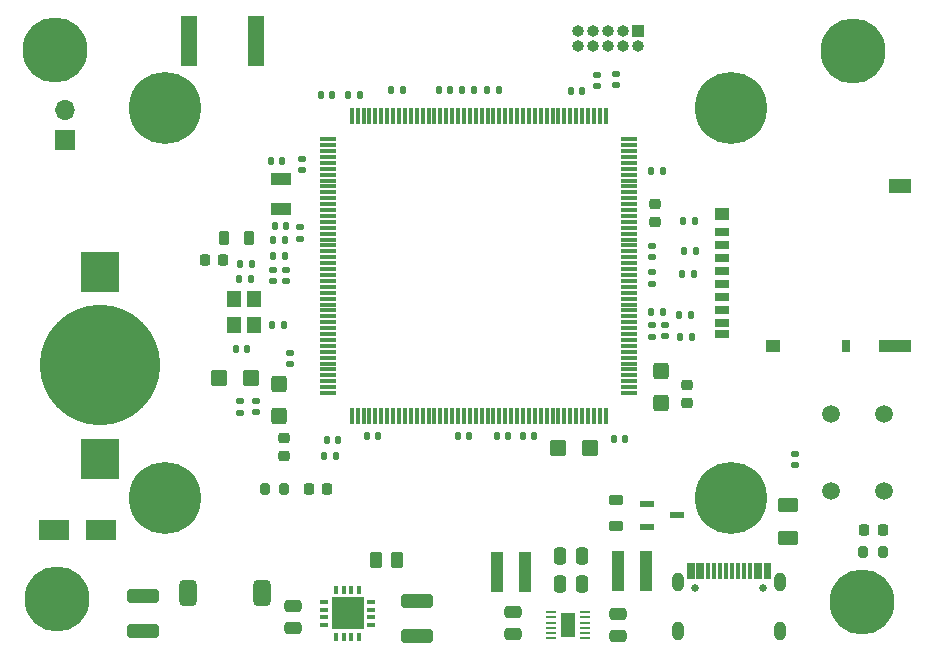
<source format=gbr>
%TF.GenerationSoftware,KiCad,Pcbnew,(5.99.0-3851-g809f4c2ffb)*%
%TF.CreationDate,2020-11-30T00:42:52+00:00*%
%TF.ProjectId,CM4,434d342e-6b69-4636-9164-5f7063625858,rev?*%
%TF.SameCoordinates,Original*%
%TF.FileFunction,Soldermask,Top*%
%TF.FilePolarity,Negative*%
%FSLAX46Y46*%
G04 Gerber Fmt 4.6, Leading zero omitted, Abs format (unit mm)*
G04 Created by KiCad (PCBNEW (5.99.0-3851-g809f4c2ffb)) date 2020-11-30 00:42:52*
%MOMM*%
%LPD*%
G01*
G04 APERTURE LIST*
G04 Aperture macros list*
%AMRoundRect*
0 Rectangle with rounded corners*
0 $1 Rounding radius*
0 $2 $3 $4 $5 $6 $7 $8 $9 X,Y pos of 4 corners*
0 Add a 4 corners polygon primitive as box body*
4,1,4,$2,$3,$4,$5,$6,$7,$8,$9,$2,$3,0*
0 Add four circle primitives for the rounded corners*
1,1,$1+$1,$2,$3,0*
1,1,$1+$1,$4,$5,0*
1,1,$1+$1,$6,$7,0*
1,1,$1+$1,$8,$9,0*
0 Add four rect primitives between the rounded corners*
20,1,$1+$1,$2,$3,$4,$5,0*
20,1,$1+$1,$4,$5,$6,$7,0*
20,1,$1+$1,$6,$7,$8,$9,0*
20,1,$1+$1,$8,$9,$2,$3,0*%
G04 Aperture macros list end*
%ADD10RoundRect,0.250000X-0.450000X-0.425000X0.450000X-0.425000X0.450000X0.425000X-0.450000X0.425000X0*%
%ADD11RoundRect,0.140000X0.170000X-0.140000X0.170000X0.140000X-0.170000X0.140000X-0.170000X-0.140000X0*%
%ADD12R,1.200000X0.700000*%
%ADD13R,0.800000X1.000000*%
%ADD14R,1.900000X1.300000*%
%ADD15R,2.800000X1.000000*%
%ADD16R,1.200000X1.000000*%
%ADD17R,1.000000X1.000000*%
%ADD18O,1.000000X1.000000*%
%ADD19R,2.500000X1.800000*%
%ADD20C,5.500000*%
%ADD21R,1.700000X1.700000*%
%ADD22O,1.700000X1.700000*%
%ADD23RoundRect,0.250000X-0.475000X0.250000X-0.475000X-0.250000X0.475000X-0.250000X0.475000X0.250000X0*%
%ADD24RoundRect,0.250000X-0.625000X0.375000X-0.625000X-0.375000X0.625000X-0.375000X0.625000X0.375000X0*%
%ADD25RoundRect,0.135000X-0.135000X-0.185000X0.135000X-0.185000X0.135000X0.185000X-0.135000X0.185000X0*%
%ADD26RoundRect,0.250000X0.425000X-0.450000X0.425000X0.450000X-0.425000X0.450000X-0.425000X-0.450000X0*%
%ADD27RoundRect,0.140000X-0.140000X-0.170000X0.140000X-0.170000X0.140000X0.170000X-0.140000X0.170000X0*%
%ADD28RoundRect,0.140000X0.140000X0.170000X-0.140000X0.170000X-0.140000X-0.170000X0.140000X-0.170000X0*%
%ADD29RoundRect,0.135000X0.135000X0.185000X-0.135000X0.185000X-0.135000X-0.185000X0.135000X-0.185000X0*%
%ADD30RoundRect,0.250000X1.100000X-0.325000X1.100000X0.325000X-1.100000X0.325000X-1.100000X-0.325000X0*%
%ADD31R,3.300000X3.500000*%
%ADD32C,10.200000*%
%ADD33RoundRect,0.218750X-0.218750X-0.256250X0.218750X-0.256250X0.218750X0.256250X-0.218750X0.256250X0*%
%ADD34RoundRect,0.250000X-0.262500X-0.450000X0.262500X-0.450000X0.262500X0.450000X-0.262500X0.450000X0*%
%ADD35RoundRect,0.140000X-0.170000X0.140000X-0.170000X-0.140000X0.170000X-0.140000X0.170000X0.140000X0*%
%ADD36RoundRect,0.250000X-0.425000X0.450000X-0.425000X-0.450000X0.425000X-0.450000X0.425000X0.450000X0*%
%ADD37RoundRect,0.218750X0.218750X0.381250X-0.218750X0.381250X-0.218750X-0.381250X0.218750X-0.381250X0*%
%ADD38RoundRect,0.250000X0.475000X-0.250000X0.475000X0.250000X-0.475000X0.250000X-0.475000X-0.250000X0*%
%ADD39C,0.670000*%
%ADD40R,0.300000X1.450000*%
%ADD41RoundRect,0.500000X0.000000X-0.300000X0.000000X-0.300000X0.000000X0.300000X0.000000X0.300000X0*%
%ADD42C,1.500000*%
%ADD43RoundRect,0.250000X0.250000X0.475000X-0.250000X0.475000X-0.250000X-0.475000X0.250000X-0.475000X0*%
%ADD44R,0.800000X0.350000*%
%ADD45R,0.350000X0.800000*%
%ADD46R,2.800000X2.800000*%
%ADD47RoundRect,0.375000X0.375000X0.725000X-0.375000X0.725000X-0.375000X-0.725000X0.375000X-0.725000X0*%
%ADD48R,0.980000X3.400000*%
%ADD49RoundRect,0.225000X0.250000X-0.225000X0.250000X0.225000X-0.250000X0.225000X-0.250000X-0.225000X0*%
%ADD50R,1.200000X1.400000*%
%ADD51RoundRect,0.218750X-0.256250X0.218750X-0.256250X-0.218750X0.256250X-0.218750X0.256250X0.218750X0*%
%ADD52R,1.800000X1.000000*%
%ADD53RoundRect,0.250000X0.450000X0.425000X-0.450000X0.425000X-0.450000X-0.425000X0.450000X-0.425000X0*%
%ADD54RoundRect,0.200000X0.200000X0.275000X-0.200000X0.275000X-0.200000X-0.275000X0.200000X-0.275000X0*%
%ADD55R,1.200000X0.600000*%
%ADD56R,1.450000X0.300000*%
%ADD57RoundRect,0.218750X-0.381250X0.218750X-0.381250X-0.218750X0.381250X-0.218750X0.381250X0.218750X0*%
%ADD58RoundRect,0.135000X-0.185000X0.135000X-0.185000X-0.135000X0.185000X-0.135000X0.185000X0.135000X0*%
%ADD59R,0.850000X0.250000*%
%ADD60R,1.310000X2.120000*%
%ADD61C,6.100000*%
%ADD62R,1.350000X4.200000*%
G04 APERTURE END LIST*
D10*
%TO.C,C47*%
X123750000Y-119200000D03*
X121050000Y-119200000D03*
%TD*%
D11*
%TO.C,C39*%
X99200000Y-101480000D03*
X99200000Y-100520000D03*
%TD*%
D12*
%TO.C,J4*%
X134875000Y-100925000D03*
X134875000Y-102025000D03*
X134875000Y-103125000D03*
X134875000Y-104225000D03*
X134875000Y-105325000D03*
X134875000Y-106425000D03*
X134875000Y-107525000D03*
X134875000Y-108625000D03*
X134875000Y-109575000D03*
D13*
X145375000Y-110525000D03*
D14*
X149975000Y-97025000D03*
D15*
X149525000Y-110525000D03*
D16*
X139175000Y-110525000D03*
X134875000Y-99375000D03*
%TD*%
D17*
%TO.C,J3*%
X127800000Y-83900000D03*
D18*
X127800000Y-85170000D03*
X126530000Y-83900000D03*
X126530000Y-85170000D03*
X125260000Y-83900000D03*
X125260000Y-85170000D03*
X123990000Y-83900000D03*
X123990000Y-85170000D03*
X122720000Y-83900000D03*
X122720000Y-85170000D03*
%TD*%
D19*
%TO.C,D1*%
X82300000Y-126100000D03*
X78300000Y-126100000D03*
%TD*%
D20*
%TO.C,H3*%
X146000000Y-85600000D03*
%TD*%
D21*
%TO.C,J6*%
X79300000Y-93100000D03*
D22*
X79300000Y-90560000D03*
%TD*%
D20*
%TO.C,H2*%
X78400000Y-85500000D03*
%TD*%
D23*
%TO.C,C12*%
X98600000Y-134450000D03*
X98600000Y-132550000D03*
%TD*%
D24*
%TO.C,F1*%
X140500000Y-126800000D03*
X140500000Y-124000000D03*
%TD*%
D25*
%TO.C,R19*%
X103190000Y-89300000D03*
X104210000Y-89300000D03*
%TD*%
D26*
%TO.C,C25*%
X97400000Y-113750000D03*
X97400000Y-116450000D03*
%TD*%
D27*
%TO.C,C18*%
X125720000Y-118400000D03*
X126680000Y-118400000D03*
%TD*%
D20*
%TO.C,H4*%
X146750000Y-132250000D03*
%TD*%
D28*
%TO.C,C44*%
X129880000Y-107650000D03*
X128920000Y-107650000D03*
%TD*%
D29*
%TO.C,R24*%
X132560000Y-104500000D03*
X131540000Y-104500000D03*
%TD*%
D30*
%TO.C,C11*%
X109050000Y-132125000D03*
X109050000Y-135075000D03*
%TD*%
D31*
%TO.C,BT1*%
X82200000Y-120100000D03*
X82200000Y-104300000D03*
D32*
X82200000Y-112200000D03*
%TD*%
D33*
%TO.C,D2*%
X99912500Y-122700000D03*
X101487500Y-122700000D03*
%TD*%
D27*
%TO.C,C34*%
X110920000Y-88900000D03*
X111880000Y-88900000D03*
%TD*%
D28*
%TO.C,C37*%
X123080000Y-89000000D03*
X122120000Y-89000000D03*
%TD*%
D34*
%TO.C,R17*%
X105587500Y-128700000D03*
X107412500Y-128700000D03*
%TD*%
D35*
%TO.C,C17*%
X128950000Y-105280000D03*
X128950000Y-104320000D03*
%TD*%
D36*
%TO.C,C13*%
X129700000Y-115400000D03*
X129700000Y-112700000D03*
%TD*%
D28*
%TO.C,C16*%
X102380000Y-118500000D03*
X101420000Y-118500000D03*
%TD*%
D37*
%TO.C,L4*%
X94862500Y-101400000D03*
X92737500Y-101400000D03*
%TD*%
D38*
%TO.C,C9*%
X126100000Y-133250000D03*
X126100000Y-135150000D03*
%TD*%
D39*
%TO.C,J2*%
X138400000Y-131050000D03*
X132600000Y-131050000D03*
D40*
X132100000Y-129600000D03*
X132900000Y-129600000D03*
X134250000Y-129600000D03*
X135250000Y-129600000D03*
X135750000Y-129600000D03*
X136750000Y-129600000D03*
X138100000Y-129600000D03*
X138900000Y-129600000D03*
X138600000Y-129600000D03*
X137800000Y-129600000D03*
X137250000Y-129600000D03*
X136250000Y-129600000D03*
X134750000Y-129600000D03*
X133750000Y-129600000D03*
X133200000Y-129600000D03*
X132400000Y-129600000D03*
D41*
X131180000Y-130520000D03*
X139820000Y-130520000D03*
X139820000Y-134700000D03*
X131180000Y-134700000D03*
%TD*%
D42*
%TO.C,S1*%
X148650000Y-122850000D03*
X148650000Y-116350000D03*
X144150000Y-116350000D03*
X144150000Y-122850000D03*
%TD*%
D33*
%TO.C,FB3*%
X91112500Y-103300000D03*
X92687500Y-103300000D03*
%TD*%
D28*
%TO.C,C15*%
X116780000Y-118200000D03*
X115820000Y-118200000D03*
%TD*%
D29*
%TO.C,R20*%
X97810000Y-108800000D03*
X96790000Y-108800000D03*
%TD*%
D28*
%TO.C,C52*%
X97980000Y-100400000D03*
X97020000Y-100400000D03*
%TD*%
D35*
%TO.C,C38*%
X125900000Y-88480000D03*
X125900000Y-87520000D03*
%TD*%
D43*
%TO.C,C8*%
X123050000Y-128350000D03*
X121150000Y-128350000D03*
%TD*%
D44*
%TO.C,IC5*%
X101200000Y-132225000D03*
X101200000Y-132875000D03*
X101200000Y-133525000D03*
X101200000Y-134175000D03*
D45*
X102225000Y-135200000D03*
X102875000Y-135200000D03*
X103525000Y-135200000D03*
X104175000Y-135200000D03*
D44*
X105200000Y-134175000D03*
X105200000Y-133525000D03*
X105200000Y-132875000D03*
X105200000Y-132225000D03*
D45*
X104175000Y-131200000D03*
X103525000Y-131200000D03*
X102875000Y-131200000D03*
X102225000Y-131200000D03*
D46*
X103200000Y-133200000D03*
%TD*%
D29*
%TO.C,R26*%
X132360000Y-109800000D03*
X131340000Y-109800000D03*
%TD*%
D43*
%TO.C,C6*%
X123050000Y-130700000D03*
X121150000Y-130700000D03*
%TD*%
D47*
%TO.C,L3*%
X95950000Y-131500000D03*
X89650000Y-131500000D03*
%TD*%
D28*
%TO.C,C35*%
X113880000Y-88900000D03*
X112920000Y-88900000D03*
%TD*%
D29*
%TO.C,R23*%
X132660000Y-102500000D03*
X131640000Y-102500000D03*
%TD*%
D20*
%TO.C,H1*%
X78600000Y-132000000D03*
%TD*%
D30*
%TO.C,C10*%
X85900000Y-131725000D03*
X85900000Y-134675000D03*
%TD*%
D33*
%TO.C,D3*%
X146912500Y-126100000D03*
X148487500Y-126100000D03*
%TD*%
D28*
%TO.C,C31*%
X101880000Y-89300000D03*
X100920000Y-89300000D03*
%TD*%
D29*
%TO.C,R25*%
X132260000Y-107900000D03*
X131240000Y-107900000D03*
%TD*%
D48*
%TO.C,L2*%
X126115000Y-129600000D03*
X128485000Y-129600000D03*
%TD*%
D28*
%TO.C,C22*%
X113480000Y-118200000D03*
X112520000Y-118200000D03*
%TD*%
D35*
%TO.C,C21*%
X128950000Y-109780000D03*
X128950000Y-108820000D03*
%TD*%
D49*
%TO.C,C45*%
X131950000Y-113825000D03*
X131950000Y-115375000D03*
%TD*%
D50*
%TO.C,Y1*%
X93550000Y-106600000D03*
X93550000Y-108800000D03*
X95250000Y-108800000D03*
X95250000Y-106600000D03*
%TD*%
D27*
%TO.C,C29*%
X115020000Y-88900000D03*
X115980000Y-88900000D03*
%TD*%
D35*
%TO.C,C32*%
X96900000Y-105080000D03*
X96900000Y-104120000D03*
%TD*%
D51*
%TO.C,FB2*%
X97800000Y-119887500D03*
X97800000Y-118312500D03*
%TD*%
D11*
%TO.C,C20*%
X128950000Y-102070000D03*
X128950000Y-103030000D03*
%TD*%
D38*
%TO.C,C7*%
X117200000Y-133050000D03*
X117200000Y-134950000D03*
%TD*%
D35*
%TO.C,C26*%
X95400000Y-116180000D03*
X95400000Y-115220000D03*
%TD*%
D29*
%TO.C,R27*%
X107910000Y-88900000D03*
X106890000Y-88900000D03*
%TD*%
D28*
%TO.C,C19*%
X105780000Y-118200000D03*
X104820000Y-118200000D03*
%TD*%
D35*
%TO.C,C50*%
X141100000Y-120660000D03*
X141100000Y-119700000D03*
%TD*%
D52*
%TO.C,Y2*%
X97600000Y-98950000D03*
X97600000Y-96450000D03*
%TD*%
D28*
%TO.C,C51*%
X97680000Y-94900000D03*
X96720000Y-94900000D03*
%TD*%
D27*
%TO.C,C48*%
X93720000Y-110800000D03*
X94680000Y-110800000D03*
%TD*%
D53*
%TO.C,C23*%
X95050000Y-113300000D03*
X92350000Y-113300000D03*
%TD*%
D54*
%TO.C,R28*%
X148525000Y-128000000D03*
X146875000Y-128000000D03*
%TD*%
D48*
%TO.C,L1*%
X118185000Y-129700000D03*
X115815000Y-129700000D03*
%TD*%
D55*
%TO.C,Q1*%
X128550000Y-123950000D03*
X128550000Y-125850000D03*
X131050000Y-124900000D03*
%TD*%
D28*
%TO.C,C28*%
X102180000Y-119900000D03*
X101220000Y-119900000D03*
%TD*%
D49*
%TO.C,C40*%
X129200000Y-98525000D03*
X129200000Y-100075000D03*
%TD*%
D27*
%TO.C,C43*%
X96920000Y-101600000D03*
X97880000Y-101600000D03*
%TD*%
D35*
%TO.C,C27*%
X99300000Y-95680000D03*
X99300000Y-94720000D03*
%TD*%
D27*
%TO.C,C49*%
X94020000Y-104900000D03*
X94980000Y-104900000D03*
%TD*%
D35*
%TO.C,C46*%
X124300000Y-88580000D03*
X124300000Y-87620000D03*
%TD*%
%TO.C,C30*%
X98000000Y-105080000D03*
X98000000Y-104120000D03*
%TD*%
D29*
%TO.C,R22*%
X132610000Y-99950000D03*
X131590000Y-99950000D03*
%TD*%
D27*
%TO.C,C36*%
X128920000Y-95750000D03*
X129880000Y-95750000D03*
%TD*%
D35*
%TO.C,C33*%
X130100000Y-109730000D03*
X130100000Y-108770000D03*
%TD*%
D27*
%TO.C,C14*%
X118020000Y-118200000D03*
X118980000Y-118200000D03*
%TD*%
D56*
%TO.C,IC6*%
X101575000Y-93050000D03*
X101575000Y-93550000D03*
X101575000Y-94050000D03*
X101575000Y-94550000D03*
X101575000Y-95050000D03*
X101575000Y-95550000D03*
X101575000Y-96050000D03*
X101575000Y-96550000D03*
X101575000Y-97050000D03*
X101575000Y-97550000D03*
X101575000Y-98050000D03*
X101575000Y-98550000D03*
X101575000Y-99050000D03*
X101575000Y-99550000D03*
X101575000Y-100050000D03*
X101575000Y-100550000D03*
X101575000Y-101050000D03*
X101575000Y-101550000D03*
X101575000Y-102050000D03*
X101575000Y-102550000D03*
X101575000Y-103050000D03*
X101575000Y-103550000D03*
X101575000Y-104050000D03*
X101575000Y-104550000D03*
X101575000Y-105050000D03*
X101575000Y-105550000D03*
X101575000Y-106050000D03*
X101575000Y-106550000D03*
X101575000Y-107050000D03*
X101575000Y-107550000D03*
X101575000Y-108050000D03*
X101575000Y-108550000D03*
X101575000Y-109050000D03*
X101575000Y-109550000D03*
X101575000Y-110050000D03*
X101575000Y-110550000D03*
X101575000Y-111050000D03*
X101575000Y-111550000D03*
X101575000Y-112050000D03*
X101575000Y-112550000D03*
X101575000Y-113050000D03*
X101575000Y-113550000D03*
X101575000Y-114050000D03*
X101575000Y-114550000D03*
D40*
X103550000Y-116525000D03*
X104050000Y-116525000D03*
X104550000Y-116525000D03*
X105050000Y-116525000D03*
X105550000Y-116525000D03*
X106050000Y-116525000D03*
X106550000Y-116525000D03*
X107050000Y-116525000D03*
X107550000Y-116525000D03*
X108050000Y-116525000D03*
X108550000Y-116525000D03*
X109050000Y-116525000D03*
X109550000Y-116525000D03*
X110050000Y-116525000D03*
X110550000Y-116525000D03*
X111050000Y-116525000D03*
X111550000Y-116525000D03*
X112050000Y-116525000D03*
X112550000Y-116525000D03*
X113050000Y-116525000D03*
X113550000Y-116525000D03*
X114050000Y-116525000D03*
X114550000Y-116525000D03*
X115050000Y-116525000D03*
X115550000Y-116525000D03*
X116050000Y-116525000D03*
X116550000Y-116525000D03*
X117050000Y-116525000D03*
X117550000Y-116525000D03*
X118050000Y-116525000D03*
X118550000Y-116525000D03*
X119050000Y-116525000D03*
X119550000Y-116525000D03*
X120050000Y-116525000D03*
X120550000Y-116525000D03*
X121050000Y-116525000D03*
X121550000Y-116525000D03*
X122050000Y-116525000D03*
X122550000Y-116525000D03*
X123050000Y-116525000D03*
X123550000Y-116525000D03*
X124050000Y-116525000D03*
X124550000Y-116525000D03*
X125050000Y-116525000D03*
D56*
X127025000Y-114550000D03*
X127025000Y-114050000D03*
X127025000Y-113550000D03*
X127025000Y-113050000D03*
X127025000Y-112550000D03*
X127025000Y-112050000D03*
X127025000Y-111550000D03*
X127025000Y-111050000D03*
X127025000Y-110550000D03*
X127025000Y-110050000D03*
X127025000Y-109550000D03*
X127025000Y-109050000D03*
X127025000Y-108550000D03*
X127025000Y-108050000D03*
X127025000Y-107550000D03*
X127025000Y-107050000D03*
X127025000Y-106550000D03*
X127025000Y-106050000D03*
X127025000Y-105550000D03*
X127025000Y-105050000D03*
X127025000Y-104550000D03*
X127025000Y-104050000D03*
X127025000Y-103550000D03*
X127025000Y-103050000D03*
X127025000Y-102550000D03*
X127025000Y-102050000D03*
X127025000Y-101550000D03*
X127025000Y-101050000D03*
X127025000Y-100550000D03*
X127025000Y-100050000D03*
X127025000Y-99550000D03*
X127025000Y-99050000D03*
X127025000Y-98550000D03*
X127025000Y-98050000D03*
X127025000Y-97550000D03*
X127025000Y-97050000D03*
X127025000Y-96550000D03*
X127025000Y-96050000D03*
X127025000Y-95550000D03*
X127025000Y-95050000D03*
X127025000Y-94550000D03*
X127025000Y-94050000D03*
X127025000Y-93550000D03*
X127025000Y-93050000D03*
D40*
X125050000Y-91075000D03*
X124550000Y-91075000D03*
X124050000Y-91075000D03*
X123550000Y-91075000D03*
X123050000Y-91075000D03*
X122550000Y-91075000D03*
X122050000Y-91075000D03*
X121550000Y-91075000D03*
X121050000Y-91075000D03*
X120550000Y-91075000D03*
X120050000Y-91075000D03*
X119550000Y-91075000D03*
X119050000Y-91075000D03*
X118550000Y-91075000D03*
X118050000Y-91075000D03*
X117550000Y-91075000D03*
X117050000Y-91075000D03*
X116550000Y-91075000D03*
X116050000Y-91075000D03*
X115550000Y-91075000D03*
X115050000Y-91075000D03*
X114550000Y-91075000D03*
X114050000Y-91075000D03*
X113550000Y-91075000D03*
X113050000Y-91075000D03*
X112550000Y-91075000D03*
X112050000Y-91075000D03*
X111550000Y-91075000D03*
X111050000Y-91075000D03*
X110550000Y-91075000D03*
X110050000Y-91075000D03*
X109550000Y-91075000D03*
X109050000Y-91075000D03*
X108550000Y-91075000D03*
X108050000Y-91075000D03*
X107550000Y-91075000D03*
X107050000Y-91075000D03*
X106550000Y-91075000D03*
X106050000Y-91075000D03*
X105550000Y-91075000D03*
X105050000Y-91075000D03*
X104550000Y-91075000D03*
X104050000Y-91075000D03*
X103550000Y-91075000D03*
%TD*%
D27*
%TO.C,C42*%
X94120000Y-103600000D03*
X95080000Y-103600000D03*
%TD*%
D57*
%TO.C,FB1*%
X125900000Y-125762500D03*
X125900000Y-123637500D03*
%TD*%
D11*
%TO.C,C24*%
X98300000Y-111120000D03*
X98300000Y-112080000D03*
%TD*%
D27*
%TO.C,C41*%
X96920000Y-102900000D03*
X97880000Y-102900000D03*
%TD*%
D58*
%TO.C,R18*%
X94100000Y-116210000D03*
X94100000Y-115190000D03*
%TD*%
D59*
%TO.C,IC4*%
X120400000Y-133075000D03*
X120400000Y-133525000D03*
X120400000Y-133975000D03*
X120400000Y-134425000D03*
X120400000Y-134875000D03*
X120400000Y-135325000D03*
X123300000Y-135325000D03*
X123300000Y-134875000D03*
X123300000Y-134425000D03*
X123300000Y-133975000D03*
X123300000Y-133525000D03*
X123300000Y-133075000D03*
D60*
X121850000Y-134200000D03*
%TD*%
D54*
%TO.C,R21*%
X97825000Y-122700000D03*
X96175000Y-122700000D03*
%TD*%
D61*
%TO.C,Module1*%
X87700000Y-123400000D03*
X87700000Y-90400000D03*
X135700000Y-90400000D03*
X135700000Y-123400000D03*
%TD*%
D62*
%TO.C,J1*%
X89775000Y-84700000D03*
X95425000Y-84700000D03*
%TD*%
M02*

</source>
